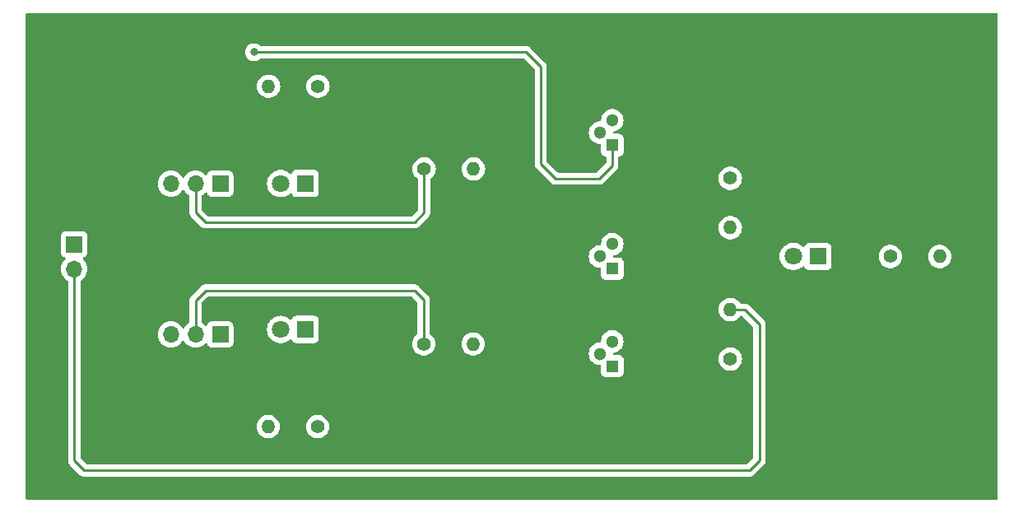
<source format=gbr>
%TF.GenerationSoftware,KiCad,Pcbnew,7.0.7*%
%TF.CreationDate,2023-11-14T16:40:55-05:00*%
%TF.ProjectId,TEJ4M-Unit-1-04,54454a34-4d2d-4556-9e69-742d312d3034,rev?*%
%TF.SameCoordinates,Original*%
%TF.FileFunction,Copper,L2,Bot*%
%TF.FilePolarity,Positive*%
%FSLAX46Y46*%
G04 Gerber Fmt 4.6, Leading zero omitted, Abs format (unit mm)*
G04 Created by KiCad (PCBNEW 7.0.7) date 2023-11-14 16:40:55*
%MOMM*%
%LPD*%
G01*
G04 APERTURE LIST*
%TA.AperFunction,ComponentPad*%
%ADD10C,1.400000*%
%TD*%
%TA.AperFunction,ComponentPad*%
%ADD11O,1.400000X1.400000*%
%TD*%
%TA.AperFunction,ComponentPad*%
%ADD12R,1.300000X1.300000*%
%TD*%
%TA.AperFunction,ComponentPad*%
%ADD13C,1.300000*%
%TD*%
%TA.AperFunction,ComponentPad*%
%ADD14R,1.800000X1.800000*%
%TD*%
%TA.AperFunction,ComponentPad*%
%ADD15C,1.800000*%
%TD*%
%TA.AperFunction,ComponentPad*%
%ADD16R,1.700000X1.700000*%
%TD*%
%TA.AperFunction,ComponentPad*%
%ADD17O,1.700000X1.700000*%
%TD*%
%TA.AperFunction,ViaPad*%
%ADD18C,0.800000*%
%TD*%
%TA.AperFunction,Conductor*%
%ADD19C,0.250000*%
%TD*%
G04 APERTURE END LIST*
D10*
%TO.P,R7,1*%
%TO.N,Net-(D7-K)*%
X138960000Y-74960000D03*
D11*
%TO.P,R7,2*%
%TO.N,Net-(J3-Pin_1)*%
X144040000Y-74960000D03*
%TD*%
D10*
%TO.P,R1,1*%
%TO.N,Net-(D1-K)*%
X80040000Y-92460000D03*
D11*
%TO.P,R1,2*%
%TO.N,Net-(J3-Pin_1)*%
X74960000Y-92460000D03*
%TD*%
D10*
%TO.P,R5,1*%
%TO.N,Net-(Q2-E)*%
X122500000Y-85500000D03*
D11*
%TO.P,R5,2*%
%TO.N,Net-(J3-Pin_2)*%
X122500000Y-80420000D03*
%TD*%
D12*
%TO.P,Q2,1,C*%
%TO.N,Net-(Q1-E)*%
X110360000Y-76230000D03*
D13*
%TO.P,Q2,2,B*%
%TO.N,Net-(Q2-B)*%
X109090000Y-74960000D03*
%TO.P,Q2,3,E*%
%TO.N,Net-(Q2-E)*%
X110360000Y-73690000D03*
%TD*%
D14*
%TO.P,D1,1,K*%
%TO.N,Net-(D1-K)*%
X78775000Y-82460000D03*
D15*
%TO.P,D1,2,A*%
%TO.N,Net-(D1-A)*%
X76235000Y-82460000D03*
%TD*%
D12*
%TO.P,Q3,1,C*%
%TO.N,Net-(J3-Pin_1)*%
X110360000Y-63500000D03*
D13*
%TO.P,Q3,2,B*%
%TO.N,Net-(Q2-E)*%
X109090000Y-62230000D03*
%TO.P,Q3,3,E*%
%TO.N,Net-(D7-A)*%
X110360000Y-60960000D03*
%TD*%
D16*
%TO.P,J2,1*%
%TO.N,Net-(J3-Pin_2)*%
X70025000Y-67485000D03*
D17*
%TO.P,J2,2*%
%TO.N,Net-(D2-A)*%
X67485000Y-67485000D03*
%TO.P,J2,3*%
%TO.N,Net-(J3-Pin_1)*%
X64945000Y-67485000D03*
%TD*%
D16*
%TO.P,J1,1*%
%TO.N,Net-(J3-Pin_2)*%
X70025000Y-82985000D03*
D17*
%TO.P,J1,2*%
%TO.N,Net-(D1-A)*%
X67485000Y-82985000D03*
%TO.P,J1,3*%
%TO.N,Net-(J3-Pin_1)*%
X64945000Y-82985000D03*
%TD*%
D10*
%TO.P,R2,1*%
%TO.N,Net-(D2-K)*%
X80080000Y-57460000D03*
D11*
%TO.P,R2,2*%
%TO.N,Net-(J3-Pin_1)*%
X75000000Y-57460000D03*
%TD*%
D10*
%TO.P,R6,1*%
%TO.N,Net-(D7-A)*%
X122500000Y-66920000D03*
D11*
%TO.P,R6,2*%
%TO.N,Net-(J3-Pin_2)*%
X122500000Y-72000000D03*
%TD*%
D14*
%TO.P,D7,1,K*%
%TO.N,Net-(D7-K)*%
X131500000Y-74960000D03*
D15*
%TO.P,D7,2,A*%
%TO.N,Net-(D7-A)*%
X128960000Y-74960000D03*
%TD*%
D10*
%TO.P,R4,1*%
%TO.N,Net-(D2-A)*%
X91000000Y-65960000D03*
D11*
%TO.P,R4,2*%
%TO.N,Net-(Q2-B)*%
X96080000Y-65960000D03*
%TD*%
D16*
%TO.P,J3,1,Pin_1*%
%TO.N,Net-(J3-Pin_1)*%
X55000000Y-73710000D03*
D17*
%TO.P,J3,2,Pin_2*%
%TO.N,Net-(J3-Pin_2)*%
X55000000Y-76250000D03*
%TD*%
D12*
%TO.P,Q1,1,C*%
%TO.N,Net-(J3-Pin_1)*%
X110360000Y-86230000D03*
D13*
%TO.P,Q1,2,B*%
%TO.N,Net-(Q1-B)*%
X109090000Y-84960000D03*
%TO.P,Q1,3,E*%
%TO.N,Net-(Q1-E)*%
X110360000Y-83690000D03*
%TD*%
D10*
%TO.P,R3,1*%
%TO.N,Net-(D1-A)*%
X90960000Y-83960000D03*
D11*
%TO.P,R3,2*%
%TO.N,Net-(Q1-B)*%
X96040000Y-83960000D03*
%TD*%
D14*
%TO.P,D2,1,K*%
%TO.N,Net-(D2-K)*%
X78775000Y-67460000D03*
D15*
%TO.P,D2,2,A*%
%TO.N,Net-(D2-A)*%
X76235000Y-67460000D03*
%TD*%
D18*
%TO.N,Net-(J3-Pin_1)*%
X73500000Y-53960000D03*
%TD*%
D19*
%TO.N,Net-(D1-A)*%
X68500000Y-78460000D02*
X90000000Y-78460000D01*
X90960000Y-79420000D02*
X90960000Y-83960000D01*
X67485000Y-82985000D02*
X67485000Y-79475000D01*
X90000000Y-78460000D02*
X90960000Y-79420000D01*
X67485000Y-79475000D02*
X68500000Y-78460000D01*
%TO.N,Net-(D2-A)*%
X67500000Y-67500000D02*
X67485000Y-67485000D01*
X91000000Y-65960000D02*
X91000000Y-70460000D01*
X67500000Y-70460000D02*
X67500000Y-67500000D01*
X91000000Y-70460000D02*
X90000000Y-71460000D01*
X90000000Y-71460000D02*
X68500000Y-71460000D01*
X68500000Y-71460000D02*
X67500000Y-70460000D01*
%TO.N,Net-(J3-Pin_2)*%
X124500000Y-96960000D02*
X56000000Y-96960000D01*
X123960000Y-80420000D02*
X125500000Y-81960000D01*
X125500000Y-95960000D02*
X124500000Y-96960000D01*
X55000000Y-95960000D02*
X55000000Y-75460000D01*
X122500000Y-80420000D02*
X123960000Y-80420000D01*
X125500000Y-81960000D02*
X125500000Y-95960000D01*
X56000000Y-96960000D02*
X55000000Y-95960000D01*
%TO.N,Net-(J3-Pin_1)*%
X104500000Y-66960000D02*
X103000000Y-65460000D01*
X110360000Y-65600000D02*
X109000000Y-66960000D01*
X101500000Y-53960000D02*
X73500000Y-53960000D01*
X103000000Y-65460000D02*
X103000000Y-55460000D01*
X110360000Y-63500000D02*
X110360000Y-65600000D01*
X109000000Y-66960000D02*
X104500000Y-66960000D01*
X103000000Y-55460000D02*
X101500000Y-53960000D01*
%TD*%
%TA.AperFunction,NonConductor*%
G36*
X149942539Y-49980185D02*
G01*
X149988294Y-50032989D01*
X149999500Y-50084500D01*
X149999500Y-99836000D01*
X149979815Y-99903039D01*
X149927011Y-99948794D01*
X149875500Y-99960000D01*
X50124500Y-99960000D01*
X50057461Y-99940315D01*
X50011706Y-99887511D01*
X50000500Y-99836000D01*
X50000500Y-76250000D01*
X53644341Y-76250000D01*
X53664936Y-76485403D01*
X53664938Y-76485413D01*
X53726094Y-76713655D01*
X53726096Y-76713659D01*
X53726097Y-76713663D01*
X53825964Y-76927830D01*
X53825965Y-76927830D01*
X53825967Y-76927834D01*
X53934281Y-77082521D01*
X53961505Y-77121401D01*
X54128599Y-77288495D01*
X54321624Y-77423653D01*
X54365248Y-77478228D01*
X54374500Y-77525226D01*
X54374500Y-95877255D01*
X54372775Y-95892872D01*
X54373061Y-95892899D01*
X54372326Y-95900665D01*
X54374500Y-95969814D01*
X54374500Y-95999343D01*
X54374501Y-95999360D01*
X54375368Y-96006231D01*
X54375826Y-96012050D01*
X54377290Y-96058624D01*
X54377291Y-96058627D01*
X54382880Y-96077867D01*
X54386824Y-96096911D01*
X54389336Y-96116792D01*
X54396899Y-96135895D01*
X54406490Y-96160119D01*
X54408382Y-96165647D01*
X54421381Y-96210388D01*
X54431580Y-96227634D01*
X54440136Y-96245100D01*
X54447514Y-96263732D01*
X54472542Y-96298181D01*
X54474898Y-96301423D01*
X54478106Y-96306307D01*
X54501827Y-96346416D01*
X54501833Y-96346424D01*
X54515990Y-96360580D01*
X54528628Y-96375376D01*
X54540405Y-96391586D01*
X54540406Y-96391587D01*
X54576309Y-96421288D01*
X54580620Y-96425210D01*
X55499193Y-97343784D01*
X55499194Y-97343784D01*
X55509019Y-97356048D01*
X55509240Y-97355866D01*
X55514210Y-97361873D01*
X55514213Y-97361876D01*
X55514214Y-97361877D01*
X55564651Y-97409241D01*
X55585530Y-97430120D01*
X55591004Y-97434366D01*
X55595442Y-97438156D01*
X55629418Y-97470062D01*
X55629422Y-97470064D01*
X55646973Y-97479713D01*
X55663231Y-97490392D01*
X55679064Y-97502674D01*
X55701015Y-97512172D01*
X55721837Y-97521183D01*
X55727081Y-97523752D01*
X55767908Y-97546197D01*
X55787312Y-97551179D01*
X55805710Y-97557478D01*
X55824105Y-97565438D01*
X55870129Y-97572726D01*
X55875832Y-97573907D01*
X55920981Y-97585500D01*
X55941016Y-97585500D01*
X55960413Y-97587026D01*
X55980196Y-97590160D01*
X56026583Y-97585775D01*
X56032422Y-97585500D01*
X124417257Y-97585500D01*
X124432877Y-97587224D01*
X124432904Y-97586939D01*
X124440660Y-97587671D01*
X124440667Y-97587673D01*
X124509814Y-97585500D01*
X124539350Y-97585500D01*
X124546228Y-97584630D01*
X124552041Y-97584172D01*
X124598627Y-97582709D01*
X124617869Y-97577117D01*
X124636912Y-97573174D01*
X124656792Y-97570664D01*
X124700122Y-97553507D01*
X124705646Y-97551617D01*
X124709396Y-97550527D01*
X124750390Y-97538618D01*
X124767629Y-97528422D01*
X124785103Y-97519862D01*
X124803727Y-97512488D01*
X124803727Y-97512487D01*
X124803732Y-97512486D01*
X124841449Y-97485082D01*
X124846305Y-97481892D01*
X124886420Y-97458170D01*
X124900589Y-97443999D01*
X124915379Y-97431368D01*
X124931587Y-97419594D01*
X124961299Y-97383676D01*
X124965212Y-97379376D01*
X125883786Y-96460802D01*
X125896048Y-96450980D01*
X125895865Y-96450759D01*
X125901867Y-96445792D01*
X125901877Y-96445786D01*
X125949241Y-96395348D01*
X125970120Y-96374470D01*
X125974373Y-96368986D01*
X125978150Y-96364563D01*
X126010062Y-96330582D01*
X126019714Y-96313023D01*
X126030389Y-96296772D01*
X126042674Y-96280936D01*
X126061186Y-96238152D01*
X126063742Y-96232935D01*
X126086197Y-96192092D01*
X126091180Y-96172680D01*
X126097477Y-96154291D01*
X126105438Y-96135895D01*
X126112729Y-96089853D01*
X126113906Y-96084166D01*
X126125500Y-96039019D01*
X126125499Y-96018986D01*
X126127027Y-95999583D01*
X126130159Y-95979808D01*
X126130160Y-95979806D01*
X126125775Y-95933415D01*
X126125500Y-95927577D01*
X126125500Y-91259500D01*
X126125500Y-82042732D01*
X126127225Y-82027123D01*
X126126939Y-82027096D01*
X126127671Y-82019340D01*
X126127673Y-82019333D01*
X126125500Y-81950185D01*
X126125500Y-81920650D01*
X126124631Y-81913772D01*
X126124172Y-81907943D01*
X126122709Y-81861372D01*
X126117122Y-81842144D01*
X126113174Y-81823084D01*
X126111644Y-81810967D01*
X126110664Y-81803208D01*
X126110663Y-81803206D01*
X126110663Y-81803204D01*
X126093512Y-81759887D01*
X126091619Y-81754358D01*
X126078618Y-81709609D01*
X126078616Y-81709606D01*
X126068423Y-81692371D01*
X126059861Y-81674894D01*
X126052487Y-81656270D01*
X126052486Y-81656268D01*
X126025079Y-81618545D01*
X126021888Y-81613686D01*
X125998172Y-81573583D01*
X125998165Y-81573574D01*
X125984006Y-81559415D01*
X125971368Y-81544619D01*
X125959594Y-81528413D01*
X125939907Y-81512127D01*
X125923688Y-81498709D01*
X125919376Y-81494786D01*
X124460803Y-80036212D01*
X124450980Y-80023950D01*
X124450759Y-80024134D01*
X124445786Y-80018123D01*
X124445785Y-80018122D01*
X124395364Y-79970773D01*
X124384919Y-79960328D01*
X124374475Y-79949883D01*
X124368986Y-79945625D01*
X124364561Y-79941847D01*
X124330582Y-79909938D01*
X124330580Y-79909936D01*
X124330577Y-79909935D01*
X124313029Y-79900288D01*
X124296763Y-79889604D01*
X124280933Y-79877325D01*
X124238168Y-79858818D01*
X124232922Y-79856248D01*
X124192093Y-79833803D01*
X124192092Y-79833802D01*
X124172693Y-79828822D01*
X124154281Y-79822518D01*
X124135898Y-79814562D01*
X124135892Y-79814560D01*
X124089874Y-79807272D01*
X124084152Y-79806087D01*
X124039021Y-79794500D01*
X124039019Y-79794500D01*
X124018984Y-79794500D01*
X123999586Y-79792973D01*
X123992162Y-79791797D01*
X123979805Y-79789840D01*
X123979804Y-79789840D01*
X123933416Y-79794225D01*
X123927578Y-79794500D01*
X123593742Y-79794500D01*
X123526703Y-79774815D01*
X123494788Y-79745227D01*
X123390979Y-79607761D01*
X123226562Y-79457876D01*
X123226560Y-79457874D01*
X123037404Y-79340754D01*
X123037398Y-79340752D01*
X122829940Y-79260382D01*
X122611243Y-79219500D01*
X122388757Y-79219500D01*
X122170060Y-79260382D01*
X122070107Y-79299104D01*
X121962601Y-79340752D01*
X121962595Y-79340754D01*
X121773439Y-79457874D01*
X121773437Y-79457876D01*
X121609020Y-79607761D01*
X121474943Y-79785308D01*
X121474938Y-79785316D01*
X121375775Y-79984461D01*
X121375769Y-79984476D01*
X121314885Y-80198462D01*
X121314884Y-80198464D01*
X121294357Y-80419999D01*
X121294357Y-80420000D01*
X121314884Y-80641535D01*
X121314885Y-80641537D01*
X121375769Y-80855523D01*
X121375775Y-80855538D01*
X121474938Y-81054683D01*
X121474943Y-81054691D01*
X121609020Y-81232238D01*
X121773437Y-81382123D01*
X121773439Y-81382125D01*
X121962595Y-81499245D01*
X121962596Y-81499245D01*
X121962599Y-81499247D01*
X122170060Y-81579618D01*
X122388757Y-81620500D01*
X122388759Y-81620500D01*
X122611241Y-81620500D01*
X122611243Y-81620500D01*
X122829940Y-81579618D01*
X123037401Y-81499247D01*
X123226562Y-81382124D01*
X123390981Y-81232236D01*
X123494788Y-81094772D01*
X123550897Y-81053137D01*
X123593742Y-81045500D01*
X123649548Y-81045500D01*
X123716587Y-81065185D01*
X123737228Y-81081818D01*
X124838181Y-82182772D01*
X124871665Y-82244093D01*
X124874499Y-82270451D01*
X124874499Y-95649547D01*
X124854814Y-95716586D01*
X124838180Y-95737228D01*
X124277228Y-96298181D01*
X124215905Y-96331666D01*
X124189547Y-96334500D01*
X56310452Y-96334500D01*
X56243413Y-96314815D01*
X56222771Y-96298181D01*
X55661819Y-95737228D01*
X55628334Y-95675905D01*
X55625500Y-95649547D01*
X55625500Y-92460000D01*
X73754357Y-92460000D01*
X73774884Y-92681535D01*
X73774885Y-92681537D01*
X73835769Y-92895523D01*
X73835775Y-92895538D01*
X73934938Y-93094683D01*
X73934943Y-93094691D01*
X74069020Y-93272238D01*
X74233437Y-93422123D01*
X74233439Y-93422125D01*
X74422595Y-93539245D01*
X74422596Y-93539245D01*
X74422599Y-93539247D01*
X74630060Y-93619618D01*
X74848757Y-93660500D01*
X74848759Y-93660500D01*
X75071241Y-93660500D01*
X75071243Y-93660500D01*
X75289940Y-93619618D01*
X75497401Y-93539247D01*
X75686562Y-93422124D01*
X75850981Y-93272236D01*
X75985058Y-93094689D01*
X76084229Y-92895528D01*
X76145115Y-92681536D01*
X76165643Y-92460000D01*
X78834357Y-92460000D01*
X78854884Y-92681535D01*
X78854885Y-92681537D01*
X78915769Y-92895523D01*
X78915775Y-92895538D01*
X79014938Y-93094683D01*
X79014943Y-93094691D01*
X79149020Y-93272238D01*
X79313437Y-93422123D01*
X79313439Y-93422125D01*
X79502595Y-93539245D01*
X79502596Y-93539245D01*
X79502599Y-93539247D01*
X79710060Y-93619618D01*
X79928757Y-93660500D01*
X79928759Y-93660500D01*
X80151241Y-93660500D01*
X80151243Y-93660500D01*
X80369940Y-93619618D01*
X80577401Y-93539247D01*
X80766562Y-93422124D01*
X80930981Y-93272236D01*
X81065058Y-93094689D01*
X81164229Y-92895528D01*
X81225115Y-92681536D01*
X81245643Y-92460000D01*
X81225115Y-92238464D01*
X81164229Y-92024472D01*
X81164224Y-92024461D01*
X81065061Y-91825316D01*
X81065056Y-91825308D01*
X80930979Y-91647761D01*
X80766562Y-91497876D01*
X80766560Y-91497874D01*
X80577404Y-91380754D01*
X80577398Y-91380752D01*
X80369940Y-91300382D01*
X80151243Y-91259500D01*
X79928757Y-91259500D01*
X79710060Y-91300382D01*
X79578864Y-91351207D01*
X79502601Y-91380752D01*
X79502595Y-91380754D01*
X79313439Y-91497874D01*
X79313437Y-91497876D01*
X79149020Y-91647761D01*
X79014943Y-91825308D01*
X79014938Y-91825316D01*
X78915775Y-92024461D01*
X78915769Y-92024476D01*
X78854885Y-92238462D01*
X78854884Y-92238464D01*
X78834357Y-92459999D01*
X78834357Y-92460000D01*
X76165643Y-92460000D01*
X76145115Y-92238464D01*
X76084229Y-92024472D01*
X76084224Y-92024461D01*
X75985061Y-91825316D01*
X75985056Y-91825308D01*
X75850979Y-91647761D01*
X75686562Y-91497876D01*
X75686560Y-91497874D01*
X75497404Y-91380754D01*
X75497398Y-91380752D01*
X75289940Y-91300382D01*
X75071243Y-91259500D01*
X74848757Y-91259500D01*
X74630060Y-91300382D01*
X74498864Y-91351207D01*
X74422601Y-91380752D01*
X74422595Y-91380754D01*
X74233439Y-91497874D01*
X74233437Y-91497876D01*
X74069020Y-91647761D01*
X73934943Y-91825308D01*
X73934938Y-91825316D01*
X73835775Y-92024461D01*
X73835769Y-92024476D01*
X73774885Y-92238462D01*
X73774884Y-92238464D01*
X73754357Y-92459999D01*
X73754357Y-92460000D01*
X55625500Y-92460000D01*
X55625500Y-82985000D01*
X63589341Y-82985000D01*
X63609936Y-83220403D01*
X63609938Y-83220413D01*
X63671094Y-83448655D01*
X63671096Y-83448659D01*
X63671097Y-83448663D01*
X63742753Y-83602330D01*
X63770965Y-83662830D01*
X63770967Y-83662834D01*
X63876199Y-83813120D01*
X63906505Y-83856401D01*
X64073599Y-84023495D01*
X64170384Y-84091264D01*
X64267165Y-84159032D01*
X64267167Y-84159033D01*
X64267170Y-84159035D01*
X64481337Y-84258903D01*
X64709592Y-84320063D01*
X64886034Y-84335500D01*
X64944999Y-84340659D01*
X64945000Y-84340659D01*
X64945001Y-84340659D01*
X65003966Y-84335500D01*
X65180408Y-84320063D01*
X65408663Y-84258903D01*
X65622830Y-84159035D01*
X65816401Y-84023495D01*
X65983495Y-83856401D01*
X66113426Y-83670840D01*
X66168001Y-83627217D01*
X66237499Y-83620023D01*
X66299854Y-83651546D01*
X66316574Y-83670841D01*
X66349278Y-83717547D01*
X66446505Y-83856401D01*
X66613599Y-84023495D01*
X66710384Y-84091264D01*
X66807165Y-84159032D01*
X66807167Y-84159033D01*
X66807170Y-84159035D01*
X67021337Y-84258903D01*
X67249592Y-84320063D01*
X67426034Y-84335500D01*
X67484999Y-84340659D01*
X67485000Y-84340659D01*
X67485001Y-84340659D01*
X67543966Y-84335500D01*
X67720408Y-84320063D01*
X67948663Y-84258903D01*
X68162830Y-84159035D01*
X68356401Y-84023495D01*
X68478329Y-83901566D01*
X68539648Y-83868084D01*
X68609340Y-83873068D01*
X68665274Y-83914939D01*
X68682189Y-83945917D01*
X68731202Y-84077328D01*
X68731206Y-84077335D01*
X68817452Y-84192544D01*
X68817455Y-84192547D01*
X68932664Y-84278793D01*
X68932671Y-84278797D01*
X69067517Y-84329091D01*
X69067516Y-84329091D01*
X69074444Y-84329835D01*
X69127127Y-84335500D01*
X70922872Y-84335499D01*
X70982483Y-84329091D01*
X71117331Y-84278796D01*
X71232546Y-84192546D01*
X71318796Y-84077331D01*
X71369091Y-83942483D01*
X71375500Y-83882873D01*
X71375499Y-82460006D01*
X74829700Y-82460006D01*
X74848864Y-82691297D01*
X74848866Y-82691308D01*
X74905842Y-82916300D01*
X74999075Y-83128848D01*
X75126016Y-83323147D01*
X75126019Y-83323151D01*
X75126021Y-83323153D01*
X75283216Y-83493913D01*
X75283219Y-83493915D01*
X75283222Y-83493918D01*
X75466365Y-83636464D01*
X75466371Y-83636468D01*
X75466374Y-83636470D01*
X75670497Y-83746936D01*
X75784487Y-83786068D01*
X75890015Y-83822297D01*
X75890017Y-83822297D01*
X75890019Y-83822298D01*
X76118951Y-83860500D01*
X76118952Y-83860500D01*
X76351048Y-83860500D01*
X76351049Y-83860500D01*
X76579981Y-83822298D01*
X76799503Y-83746936D01*
X77003626Y-83636470D01*
X77015515Y-83627217D01*
X77147516Y-83524476D01*
X77186784Y-83493913D01*
X77195130Y-83484846D01*
X77255010Y-83448854D01*
X77324849Y-83450949D01*
X77382468Y-83490469D01*
X77402544Y-83525491D01*
X77431203Y-83602330D01*
X77431206Y-83602335D01*
X77517452Y-83717544D01*
X77517455Y-83717547D01*
X77632664Y-83803793D01*
X77632671Y-83803797D01*
X77767517Y-83854091D01*
X77767516Y-83854091D01*
X77774444Y-83854835D01*
X77827127Y-83860500D01*
X79722872Y-83860499D01*
X79782483Y-83854091D01*
X79917331Y-83803796D01*
X80032546Y-83717546D01*
X80118796Y-83602331D01*
X80169091Y-83467483D01*
X80175500Y-83407873D01*
X80175499Y-81512128D01*
X80169091Y-81452517D01*
X80159233Y-81426087D01*
X80118797Y-81317671D01*
X80118793Y-81317664D01*
X80032547Y-81202455D01*
X80032544Y-81202452D01*
X79917335Y-81116206D01*
X79917328Y-81116202D01*
X79782482Y-81065908D01*
X79782483Y-81065908D01*
X79722883Y-81059501D01*
X79722881Y-81059500D01*
X79722873Y-81059500D01*
X79722864Y-81059500D01*
X77827129Y-81059500D01*
X77827123Y-81059501D01*
X77767516Y-81065908D01*
X77632671Y-81116202D01*
X77632664Y-81116206D01*
X77517455Y-81202452D01*
X77517452Y-81202455D01*
X77431206Y-81317664D01*
X77431203Y-81317670D01*
X77402544Y-81394508D01*
X77360672Y-81450441D01*
X77295208Y-81474858D01*
X77226935Y-81460006D01*
X77195135Y-81435158D01*
X77186784Y-81426087D01*
X77186778Y-81426082D01*
X77186777Y-81426081D01*
X77003634Y-81283535D01*
X77003628Y-81283531D01*
X76799504Y-81173064D01*
X76799495Y-81173061D01*
X76579984Y-81097702D01*
X76385117Y-81065185D01*
X76351049Y-81059500D01*
X76118951Y-81059500D01*
X76084883Y-81065185D01*
X75890015Y-81097702D01*
X75670504Y-81173061D01*
X75670495Y-81173064D01*
X75466371Y-81283531D01*
X75466365Y-81283535D01*
X75283222Y-81426081D01*
X75283219Y-81426084D01*
X75283216Y-81426086D01*
X75283216Y-81426087D01*
X75238319Y-81474858D01*
X75126016Y-81596852D01*
X74999075Y-81791151D01*
X74905842Y-82003699D01*
X74848866Y-82228691D01*
X74848864Y-82228702D01*
X74829700Y-82459993D01*
X74829700Y-82460006D01*
X71375499Y-82460006D01*
X71375499Y-82087128D01*
X71369091Y-82027517D01*
X71367810Y-82024083D01*
X71318797Y-81892671D01*
X71318793Y-81892664D01*
X71232547Y-81777455D01*
X71232544Y-81777452D01*
X71117335Y-81691206D01*
X71117328Y-81691202D01*
X70982482Y-81640908D01*
X70982483Y-81640908D01*
X70922883Y-81634501D01*
X70922881Y-81634500D01*
X70922873Y-81634500D01*
X70922864Y-81634500D01*
X69127129Y-81634500D01*
X69127123Y-81634501D01*
X69067516Y-81640908D01*
X68932671Y-81691202D01*
X68932664Y-81691206D01*
X68817455Y-81777452D01*
X68817452Y-81777455D01*
X68731206Y-81892664D01*
X68731203Y-81892669D01*
X68682189Y-82024083D01*
X68640317Y-82080016D01*
X68574853Y-82104433D01*
X68506580Y-82089581D01*
X68478326Y-82068430D01*
X68356402Y-81946506D01*
X68356401Y-81946505D01*
X68180138Y-81823084D01*
X68163376Y-81811347D01*
X68119751Y-81756770D01*
X68110500Y-81709772D01*
X68110500Y-79785452D01*
X68130185Y-79718413D01*
X68146819Y-79697771D01*
X68722771Y-79121819D01*
X68784094Y-79088334D01*
X68810452Y-79085500D01*
X89689548Y-79085500D01*
X89756587Y-79105185D01*
X89777229Y-79121819D01*
X90298181Y-79642771D01*
X90331666Y-79704094D01*
X90334500Y-79730452D01*
X90334500Y-82866233D01*
X90314815Y-82933272D01*
X90275778Y-82971660D01*
X90233436Y-82997877D01*
X90069020Y-83147761D01*
X89934943Y-83325308D01*
X89934938Y-83325316D01*
X89835775Y-83524461D01*
X89835769Y-83524476D01*
X89774885Y-83738462D01*
X89774884Y-83738464D01*
X89754357Y-83959999D01*
X89754357Y-83960000D01*
X89774884Y-84181535D01*
X89774885Y-84181537D01*
X89835769Y-84395523D01*
X89835775Y-84395538D01*
X89934938Y-84594683D01*
X89934943Y-84594691D01*
X90069020Y-84772238D01*
X90233437Y-84922123D01*
X90233439Y-84922125D01*
X90422595Y-85039245D01*
X90422596Y-85039245D01*
X90422599Y-85039247D01*
X90630060Y-85119618D01*
X90848757Y-85160500D01*
X90848759Y-85160500D01*
X91071241Y-85160500D01*
X91071243Y-85160500D01*
X91289940Y-85119618D01*
X91497401Y-85039247D01*
X91686562Y-84922124D01*
X91850981Y-84772236D01*
X91985058Y-84594689D01*
X92084229Y-84395528D01*
X92145115Y-84181536D01*
X92165643Y-83960000D01*
X94834357Y-83960000D01*
X94854884Y-84181535D01*
X94854885Y-84181537D01*
X94915769Y-84395523D01*
X94915775Y-84395538D01*
X95014938Y-84594683D01*
X95014943Y-84594691D01*
X95149020Y-84772238D01*
X95313437Y-84922123D01*
X95313439Y-84922125D01*
X95502595Y-85039245D01*
X95502596Y-85039245D01*
X95502599Y-85039247D01*
X95710060Y-85119618D01*
X95928757Y-85160500D01*
X95928759Y-85160500D01*
X96151241Y-85160500D01*
X96151243Y-85160500D01*
X96369940Y-85119618D01*
X96577401Y-85039247D01*
X96705390Y-84960000D01*
X107934570Y-84960000D01*
X107953150Y-85160500D01*
X107954244Y-85172310D01*
X108001293Y-85337669D01*
X108012596Y-85377392D01*
X108012596Y-85377394D01*
X108107632Y-85568253D01*
X108223387Y-85721536D01*
X108236128Y-85738407D01*
X108393698Y-85882052D01*
X108574981Y-85994298D01*
X108773802Y-86071321D01*
X108983390Y-86110500D01*
X108983392Y-86110500D01*
X109085500Y-86110500D01*
X109152539Y-86130185D01*
X109198294Y-86182989D01*
X109209500Y-86234500D01*
X109209500Y-86927870D01*
X109209501Y-86927876D01*
X109215908Y-86987483D01*
X109266202Y-87122328D01*
X109266206Y-87122335D01*
X109352452Y-87237544D01*
X109352455Y-87237547D01*
X109467664Y-87323793D01*
X109467671Y-87323797D01*
X109602517Y-87374091D01*
X109602516Y-87374091D01*
X109609444Y-87374835D01*
X109662127Y-87380500D01*
X111057872Y-87380499D01*
X111117483Y-87374091D01*
X111252331Y-87323796D01*
X111367546Y-87237546D01*
X111453796Y-87122331D01*
X111504091Y-86987483D01*
X111510500Y-86927873D01*
X111510499Y-85532128D01*
X111507045Y-85500000D01*
X121294357Y-85500000D01*
X121314884Y-85721535D01*
X121314885Y-85721537D01*
X121375769Y-85935523D01*
X121375775Y-85935538D01*
X121474938Y-86134683D01*
X121474943Y-86134691D01*
X121609020Y-86312238D01*
X121773437Y-86462123D01*
X121773439Y-86462125D01*
X121962595Y-86579245D01*
X121962596Y-86579245D01*
X121962599Y-86579247D01*
X122170060Y-86659618D01*
X122388757Y-86700500D01*
X122388759Y-86700500D01*
X122611241Y-86700500D01*
X122611243Y-86700500D01*
X122829940Y-86659618D01*
X123037401Y-86579247D01*
X123226562Y-86462124D01*
X123390981Y-86312236D01*
X123525058Y-86134689D01*
X123624229Y-85935528D01*
X123685115Y-85721536D01*
X123705643Y-85500000D01*
X123685115Y-85278464D01*
X123624229Y-85064472D01*
X123624224Y-85064461D01*
X123525061Y-84865316D01*
X123525056Y-84865308D01*
X123390979Y-84687761D01*
X123226562Y-84537876D01*
X123226560Y-84537874D01*
X123037404Y-84420754D01*
X123037398Y-84420752D01*
X122829940Y-84340382D01*
X122611243Y-84299500D01*
X122388757Y-84299500D01*
X122170060Y-84340382D01*
X122038864Y-84391207D01*
X121962601Y-84420752D01*
X121962595Y-84420754D01*
X121773439Y-84537874D01*
X121773437Y-84537876D01*
X121609020Y-84687761D01*
X121474943Y-84865308D01*
X121474938Y-84865316D01*
X121375775Y-85064461D01*
X121375769Y-85064476D01*
X121314885Y-85278462D01*
X121314884Y-85278464D01*
X121294357Y-85499999D01*
X121294357Y-85500000D01*
X111507045Y-85500000D01*
X111504091Y-85472517D01*
X111468612Y-85377394D01*
X111453797Y-85337671D01*
X111453793Y-85337664D01*
X111367547Y-85222455D01*
X111367544Y-85222452D01*
X111252335Y-85136206D01*
X111252328Y-85136202D01*
X111117482Y-85085908D01*
X111117483Y-85085908D01*
X111057883Y-85079501D01*
X111057881Y-85079500D01*
X111057873Y-85079500D01*
X111057865Y-85079500D01*
X110526245Y-85079500D01*
X110459206Y-85059815D01*
X110413451Y-85007011D01*
X110403507Y-84937853D01*
X110432532Y-84874297D01*
X110491310Y-84836523D01*
X110503450Y-84833613D01*
X110676198Y-84801321D01*
X110875019Y-84724298D01*
X111056302Y-84612052D01*
X111213872Y-84468407D01*
X111342366Y-84298255D01*
X111395002Y-84192547D01*
X111437403Y-84107394D01*
X111437403Y-84107393D01*
X111437405Y-84107389D01*
X111495756Y-83902310D01*
X111515429Y-83690000D01*
X111495756Y-83477690D01*
X111437405Y-83272611D01*
X111437403Y-83272606D01*
X111437403Y-83272605D01*
X111342367Y-83081746D01*
X111213872Y-82911593D01*
X111180041Y-82880752D01*
X111056302Y-82767948D01*
X110875019Y-82655702D01*
X110875017Y-82655701D01*
X110775608Y-82617190D01*
X110676198Y-82578679D01*
X110466610Y-82539500D01*
X110253390Y-82539500D01*
X110043802Y-82578679D01*
X110043799Y-82578679D01*
X110043799Y-82578680D01*
X109844982Y-82655701D01*
X109844980Y-82655702D01*
X109663699Y-82767947D01*
X109506127Y-82911593D01*
X109377632Y-83081746D01*
X109282596Y-83272605D01*
X109282596Y-83272607D01*
X109224244Y-83477689D01*
X109204042Y-83695708D01*
X109201638Y-83695485D01*
X109184886Y-83752539D01*
X109132082Y-83798294D01*
X109080571Y-83809500D01*
X108983390Y-83809500D01*
X108773802Y-83848679D01*
X108773799Y-83848679D01*
X108773799Y-83848680D01*
X108574982Y-83925701D01*
X108574980Y-83925702D01*
X108393699Y-84037947D01*
X108236127Y-84181593D01*
X108107632Y-84351746D01*
X108012596Y-84542605D01*
X108012596Y-84542607D01*
X107954244Y-84747689D01*
X107934570Y-84959999D01*
X107934570Y-84960000D01*
X96705390Y-84960000D01*
X96766562Y-84922124D01*
X96930981Y-84772236D01*
X97065058Y-84594689D01*
X97164229Y-84395528D01*
X97225115Y-84181536D01*
X97245643Y-83960000D01*
X97225115Y-83738464D01*
X97164229Y-83524472D01*
X97149015Y-83493918D01*
X97065061Y-83325316D01*
X97065056Y-83325308D01*
X96930979Y-83147761D01*
X96766562Y-82997876D01*
X96766560Y-82997874D01*
X96577404Y-82880754D01*
X96577398Y-82880752D01*
X96369940Y-82800382D01*
X96151243Y-82759500D01*
X95928757Y-82759500D01*
X95710060Y-82800382D01*
X95578864Y-82851207D01*
X95502601Y-82880752D01*
X95502595Y-82880754D01*
X95313439Y-82997874D01*
X95313437Y-82997876D01*
X95149020Y-83147761D01*
X95014943Y-83325308D01*
X95014938Y-83325316D01*
X94915775Y-83524461D01*
X94915769Y-83524476D01*
X94854885Y-83738462D01*
X94854884Y-83738464D01*
X94834357Y-83959999D01*
X94834357Y-83960000D01*
X92165643Y-83960000D01*
X92145115Y-83738464D01*
X92084229Y-83524472D01*
X92069015Y-83493918D01*
X91985061Y-83325316D01*
X91985056Y-83325308D01*
X91850979Y-83147761D01*
X91686563Y-82997877D01*
X91686562Y-82997876D01*
X91644222Y-82971660D01*
X91597587Y-82919631D01*
X91585500Y-82866233D01*
X91585500Y-79502742D01*
X91587224Y-79487122D01*
X91586939Y-79487096D01*
X91587671Y-79479340D01*
X91587673Y-79479333D01*
X91585500Y-79410185D01*
X91585500Y-79380650D01*
X91584631Y-79373772D01*
X91584172Y-79367943D01*
X91582709Y-79321372D01*
X91577122Y-79302144D01*
X91573174Y-79283084D01*
X91570663Y-79263204D01*
X91553512Y-79219887D01*
X91551619Y-79214358D01*
X91538618Y-79169609D01*
X91538616Y-79169606D01*
X91528423Y-79152371D01*
X91519861Y-79134894D01*
X91512487Y-79116270D01*
X91512486Y-79116268D01*
X91485079Y-79078545D01*
X91481888Y-79073686D01*
X91474101Y-79060519D01*
X91465975Y-79046777D01*
X91458172Y-79033583D01*
X91458165Y-79033574D01*
X91444006Y-79019415D01*
X91431368Y-79004619D01*
X91419594Y-78988413D01*
X91383688Y-78958709D01*
X91379376Y-78954786D01*
X90500803Y-78076212D01*
X90490980Y-78063950D01*
X90490759Y-78064134D01*
X90485786Y-78058123D01*
X90467159Y-78040631D01*
X90435364Y-78010773D01*
X90424919Y-78000328D01*
X90414475Y-77989883D01*
X90408986Y-77985625D01*
X90404561Y-77981847D01*
X90370582Y-77949938D01*
X90370580Y-77949936D01*
X90370577Y-77949935D01*
X90353029Y-77940288D01*
X90336763Y-77929604D01*
X90320933Y-77917325D01*
X90278168Y-77898818D01*
X90272922Y-77896248D01*
X90232093Y-77873803D01*
X90232092Y-77873802D01*
X90212693Y-77868822D01*
X90194281Y-77862518D01*
X90175898Y-77854562D01*
X90175892Y-77854560D01*
X90129874Y-77847272D01*
X90124152Y-77846087D01*
X90079021Y-77834500D01*
X90079019Y-77834500D01*
X90058984Y-77834500D01*
X90039586Y-77832973D01*
X90032162Y-77831797D01*
X90019805Y-77829840D01*
X90019804Y-77829840D01*
X89973416Y-77834225D01*
X89967578Y-77834500D01*
X68582743Y-77834500D01*
X68567122Y-77832775D01*
X68567095Y-77833061D01*
X68559333Y-77832326D01*
X68490172Y-77834500D01*
X68460649Y-77834500D01*
X68453778Y-77835367D01*
X68447959Y-77835825D01*
X68401374Y-77837289D01*
X68401368Y-77837290D01*
X68382126Y-77842880D01*
X68363087Y-77846823D01*
X68343217Y-77849334D01*
X68343203Y-77849337D01*
X68299883Y-77866488D01*
X68294358Y-77868380D01*
X68249613Y-77881380D01*
X68249610Y-77881381D01*
X68232366Y-77891579D01*
X68214905Y-77900133D01*
X68196274Y-77907510D01*
X68196262Y-77907517D01*
X68158570Y-77934902D01*
X68153687Y-77938109D01*
X68113580Y-77961829D01*
X68099414Y-77975995D01*
X68084624Y-77988627D01*
X68068414Y-78000404D01*
X68068411Y-78000407D01*
X68038710Y-78036309D01*
X68034777Y-78040631D01*
X67101208Y-78974199D01*
X67088951Y-78984020D01*
X67089134Y-78984241D01*
X67083123Y-78989213D01*
X67035772Y-79039636D01*
X67014889Y-79060519D01*
X67014877Y-79060532D01*
X67010621Y-79066017D01*
X67006837Y-79070447D01*
X66974937Y-79104418D01*
X66974936Y-79104420D01*
X66965284Y-79121976D01*
X66954610Y-79138226D01*
X66942329Y-79154061D01*
X66942324Y-79154068D01*
X66923815Y-79196838D01*
X66921245Y-79202084D01*
X66898803Y-79242906D01*
X66893822Y-79262307D01*
X66887521Y-79280710D01*
X66879562Y-79299102D01*
X66879561Y-79299105D01*
X66872271Y-79345127D01*
X66871087Y-79350846D01*
X66859501Y-79395972D01*
X66859500Y-79395982D01*
X66859500Y-79416016D01*
X66857973Y-79435415D01*
X66854840Y-79455194D01*
X66854839Y-79455197D01*
X66859224Y-79501585D01*
X66859499Y-79507421D01*
X66859499Y-81709774D01*
X66839814Y-81776813D01*
X66806622Y-81811349D01*
X66613597Y-81946505D01*
X66446505Y-82113597D01*
X66316575Y-82299158D01*
X66261998Y-82342783D01*
X66192500Y-82349977D01*
X66130145Y-82318454D01*
X66113425Y-82299158D01*
X65983494Y-82113597D01*
X65816402Y-81946506D01*
X65816395Y-81946501D01*
X65622834Y-81810967D01*
X65622830Y-81810965D01*
X65606195Y-81803208D01*
X65408663Y-81711097D01*
X65408659Y-81711096D01*
X65408655Y-81711094D01*
X65180413Y-81649938D01*
X65180403Y-81649936D01*
X64945001Y-81629341D01*
X64944999Y-81629341D01*
X64709596Y-81649936D01*
X64709586Y-81649938D01*
X64481344Y-81711094D01*
X64481335Y-81711098D01*
X64267171Y-81810964D01*
X64267169Y-81810965D01*
X64073597Y-81946505D01*
X63906505Y-82113597D01*
X63770965Y-82307169D01*
X63770964Y-82307171D01*
X63671098Y-82521335D01*
X63671094Y-82521344D01*
X63609938Y-82749586D01*
X63609936Y-82749596D01*
X63589341Y-82984999D01*
X63589341Y-82985000D01*
X55625500Y-82985000D01*
X55625500Y-77525226D01*
X55645185Y-77458187D01*
X55678374Y-77423654D01*
X55871401Y-77288495D01*
X56038495Y-77121401D01*
X56174035Y-76927830D01*
X56273903Y-76713663D01*
X56335063Y-76485408D01*
X56355659Y-76250000D01*
X56335063Y-76014592D01*
X56273903Y-75786337D01*
X56174035Y-75572171D01*
X56145997Y-75532129D01*
X56038496Y-75378600D01*
X55997560Y-75337664D01*
X55916567Y-75256671D01*
X55883084Y-75195351D01*
X55888068Y-75125659D01*
X55929939Y-75069725D01*
X55960915Y-75052810D01*
X56092331Y-75003796D01*
X56150835Y-74960000D01*
X107934570Y-74960000D01*
X107953117Y-75160145D01*
X107954244Y-75172310D01*
X108001293Y-75337669D01*
X108012596Y-75377392D01*
X108012596Y-75377394D01*
X108107632Y-75568253D01*
X108236127Y-75738406D01*
X108236128Y-75738407D01*
X108393698Y-75882052D01*
X108574981Y-75994298D01*
X108773802Y-76071321D01*
X108983390Y-76110500D01*
X108983392Y-76110500D01*
X109085500Y-76110500D01*
X109152539Y-76130185D01*
X109198294Y-76182989D01*
X109209500Y-76234500D01*
X109209500Y-76927870D01*
X109209501Y-76927876D01*
X109215908Y-76987483D01*
X109266202Y-77122328D01*
X109266206Y-77122335D01*
X109352452Y-77237544D01*
X109352455Y-77237547D01*
X109467664Y-77323793D01*
X109467671Y-77323797D01*
X109602517Y-77374091D01*
X109602516Y-77374091D01*
X109609444Y-77374835D01*
X109662127Y-77380500D01*
X111057872Y-77380499D01*
X111117483Y-77374091D01*
X111252331Y-77323796D01*
X111367546Y-77237546D01*
X111453796Y-77122331D01*
X111504091Y-76987483D01*
X111510500Y-76927873D01*
X111510499Y-75532128D01*
X111504091Y-75472517D01*
X111483123Y-75416300D01*
X111453797Y-75337671D01*
X111453793Y-75337664D01*
X111367547Y-75222455D01*
X111367544Y-75222452D01*
X111252335Y-75136206D01*
X111252328Y-75136202D01*
X111117482Y-75085908D01*
X111117483Y-75085908D01*
X111057883Y-75079501D01*
X111057881Y-75079500D01*
X111057873Y-75079500D01*
X111057865Y-75079500D01*
X110526245Y-75079500D01*
X110459206Y-75059815D01*
X110413451Y-75007011D01*
X110406692Y-74960006D01*
X127554700Y-74960006D01*
X127573864Y-75191297D01*
X127573866Y-75191308D01*
X127630842Y-75416300D01*
X127724075Y-75628848D01*
X127851016Y-75823147D01*
X127851019Y-75823151D01*
X127851021Y-75823153D01*
X128008216Y-75993913D01*
X128008219Y-75993915D01*
X128008222Y-75993918D01*
X128191365Y-76136464D01*
X128191371Y-76136468D01*
X128191374Y-76136470D01*
X128395497Y-76246936D01*
X128509487Y-76286068D01*
X128615015Y-76322297D01*
X128615017Y-76322297D01*
X128615019Y-76322298D01*
X128843951Y-76360500D01*
X128843952Y-76360500D01*
X129076048Y-76360500D01*
X129076049Y-76360500D01*
X129304981Y-76322298D01*
X129524503Y-76246936D01*
X129728626Y-76136470D01*
X129761993Y-76110500D01*
X129812332Y-76071319D01*
X129911784Y-75993913D01*
X129920130Y-75984846D01*
X129980010Y-75948854D01*
X130049849Y-75950949D01*
X130107468Y-75990469D01*
X130127544Y-76025491D01*
X130156203Y-76102330D01*
X130156206Y-76102335D01*
X130242452Y-76217544D01*
X130242455Y-76217547D01*
X130357664Y-76303793D01*
X130357671Y-76303797D01*
X130492517Y-76354091D01*
X130492516Y-76354091D01*
X130499444Y-76354835D01*
X130552127Y-76360500D01*
X132447872Y-76360499D01*
X132507483Y-76354091D01*
X132642331Y-76303796D01*
X132757546Y-76217546D01*
X132843796Y-76102331D01*
X132894091Y-75967483D01*
X132900500Y-75907873D01*
X132900499Y-74960000D01*
X137754357Y-74960000D01*
X137774884Y-75181535D01*
X137774885Y-75181537D01*
X137835769Y-75395523D01*
X137835775Y-75395538D01*
X137934938Y-75594683D01*
X137934943Y-75594691D01*
X138069020Y-75772238D01*
X138233437Y-75922123D01*
X138233439Y-75922125D01*
X138422595Y-76039245D01*
X138422596Y-76039245D01*
X138422599Y-76039247D01*
X138630060Y-76119618D01*
X138848757Y-76160500D01*
X138848759Y-76160500D01*
X139071241Y-76160500D01*
X139071243Y-76160500D01*
X139289940Y-76119618D01*
X139497401Y-76039247D01*
X139686562Y-75922124D01*
X139850981Y-75772236D01*
X139985058Y-75594689D01*
X140084229Y-75395528D01*
X140145115Y-75181536D01*
X140165643Y-74960000D01*
X142834357Y-74960000D01*
X142854884Y-75181535D01*
X142854885Y-75181537D01*
X142915769Y-75395523D01*
X142915775Y-75395538D01*
X143014938Y-75594683D01*
X143014943Y-75594691D01*
X143149020Y-75772238D01*
X143313437Y-75922123D01*
X143313439Y-75922125D01*
X143502595Y-76039245D01*
X143502596Y-76039245D01*
X143502599Y-76039247D01*
X143710060Y-76119618D01*
X143928757Y-76160500D01*
X143928759Y-76160500D01*
X144151241Y-76160500D01*
X144151243Y-76160500D01*
X144369940Y-76119618D01*
X144577401Y-76039247D01*
X144766562Y-75922124D01*
X144930981Y-75772236D01*
X145065058Y-75594689D01*
X145164229Y-75395528D01*
X145225115Y-75181536D01*
X145245643Y-74960000D01*
X145225115Y-74738464D01*
X145164229Y-74524472D01*
X145153886Y-74503700D01*
X145065061Y-74325316D01*
X145065056Y-74325308D01*
X144930979Y-74147761D01*
X144766562Y-73997876D01*
X144766560Y-73997874D01*
X144577404Y-73880754D01*
X144577398Y-73880752D01*
X144369940Y-73800382D01*
X144151243Y-73759500D01*
X143928757Y-73759500D01*
X143710060Y-73800382D01*
X143585391Y-73848679D01*
X143502601Y-73880752D01*
X143502595Y-73880754D01*
X143313439Y-73997874D01*
X143313437Y-73997876D01*
X143149020Y-74147761D01*
X143014943Y-74325308D01*
X143014938Y-74325316D01*
X142915775Y-74524461D01*
X142915769Y-74524476D01*
X142854885Y-74738462D01*
X142854884Y-74738464D01*
X142834357Y-74959999D01*
X142834357Y-74960000D01*
X140165643Y-74960000D01*
X140145115Y-74738464D01*
X140084229Y-74524472D01*
X140073886Y-74503700D01*
X139985061Y-74325316D01*
X139985056Y-74325308D01*
X139850979Y-74147761D01*
X139686562Y-73997876D01*
X139686560Y-73997874D01*
X139497404Y-73880754D01*
X139497398Y-73880752D01*
X139289940Y-73800382D01*
X139071243Y-73759500D01*
X138848757Y-73759500D01*
X138630060Y-73800382D01*
X138505391Y-73848679D01*
X138422601Y-73880752D01*
X138422595Y-73880754D01*
X138233439Y-73997874D01*
X138233437Y-73997876D01*
X138069020Y-74147761D01*
X137934943Y-74325308D01*
X137934938Y-74325316D01*
X137835775Y-74524461D01*
X137835769Y-74524476D01*
X137774885Y-74738462D01*
X137774884Y-74738464D01*
X137754357Y-74959999D01*
X137754357Y-74960000D01*
X132900499Y-74960000D01*
X132900499Y-74012128D01*
X132894091Y-73952517D01*
X132884233Y-73926087D01*
X132843797Y-73817671D01*
X132843793Y-73817664D01*
X132757547Y-73702455D01*
X132757544Y-73702452D01*
X132642335Y-73616206D01*
X132642328Y-73616202D01*
X132507482Y-73565908D01*
X132507483Y-73565908D01*
X132447883Y-73559501D01*
X132447881Y-73559500D01*
X132447873Y-73559500D01*
X132447864Y-73559500D01*
X130552129Y-73559500D01*
X130552123Y-73559501D01*
X130492516Y-73565908D01*
X130357671Y-73616202D01*
X130357664Y-73616206D01*
X130242455Y-73702452D01*
X130242452Y-73702455D01*
X130156206Y-73817664D01*
X130156203Y-73817670D01*
X130127544Y-73894508D01*
X130085672Y-73950441D01*
X130020208Y-73974858D01*
X129951935Y-73960006D01*
X129920135Y-73935158D01*
X129911784Y-73926087D01*
X129911778Y-73926082D01*
X129911777Y-73926081D01*
X129728634Y-73783535D01*
X129728628Y-73783531D01*
X129524504Y-73673064D01*
X129524495Y-73673061D01*
X129304984Y-73597702D01*
X129114450Y-73565908D01*
X129076049Y-73559500D01*
X128843951Y-73559500D01*
X128805550Y-73565908D01*
X128615015Y-73597702D01*
X128395504Y-73673061D01*
X128395495Y-73673064D01*
X128191371Y-73783531D01*
X128191365Y-73783535D01*
X128008222Y-73926081D01*
X128008219Y-73926084D01*
X128008216Y-73926086D01*
X128008216Y-73926087D01*
X127963319Y-73974858D01*
X127851016Y-74096852D01*
X127724075Y-74291151D01*
X127630842Y-74503699D01*
X127573866Y-74728691D01*
X127573864Y-74728702D01*
X127554700Y-74959993D01*
X127554700Y-74960006D01*
X110406692Y-74960006D01*
X110403507Y-74937853D01*
X110432532Y-74874297D01*
X110491310Y-74836523D01*
X110503450Y-74833613D01*
X110676198Y-74801321D01*
X110875019Y-74724298D01*
X111056302Y-74612052D01*
X111213872Y-74468407D01*
X111342366Y-74298255D01*
X111417301Y-74147764D01*
X111437403Y-74107394D01*
X111437403Y-74107393D01*
X111437405Y-74107389D01*
X111495756Y-73902310D01*
X111515429Y-73690000D01*
X111495756Y-73477690D01*
X111437405Y-73272611D01*
X111437403Y-73272606D01*
X111437403Y-73272605D01*
X111342367Y-73081746D01*
X111213872Y-72911593D01*
X111104883Y-72812236D01*
X111056302Y-72767948D01*
X110875019Y-72655702D01*
X110875017Y-72655701D01*
X110775608Y-72617190D01*
X110676198Y-72578679D01*
X110466610Y-72539500D01*
X110253390Y-72539500D01*
X110043802Y-72578679D01*
X110043799Y-72578679D01*
X110043799Y-72578680D01*
X109844982Y-72655701D01*
X109844980Y-72655702D01*
X109663699Y-72767947D01*
X109506127Y-72911593D01*
X109377632Y-73081746D01*
X109282596Y-73272605D01*
X109282596Y-73272607D01*
X109224244Y-73477689D01*
X109204042Y-73695708D01*
X109201638Y-73695485D01*
X109184886Y-73752539D01*
X109132082Y-73798294D01*
X109080571Y-73809500D01*
X108983390Y-73809500D01*
X108773802Y-73848679D01*
X108773799Y-73848679D01*
X108773799Y-73848680D01*
X108574982Y-73925701D01*
X108574980Y-73925702D01*
X108393699Y-74037947D01*
X108236127Y-74181593D01*
X108107632Y-74351746D01*
X108012596Y-74542605D01*
X108012596Y-74542607D01*
X107954244Y-74747689D01*
X107934570Y-74959999D01*
X107934570Y-74960000D01*
X56150835Y-74960000D01*
X56207546Y-74917546D01*
X56293796Y-74802331D01*
X56344091Y-74667483D01*
X56350500Y-74607873D01*
X56350499Y-72812128D01*
X56344091Y-72752517D01*
X56307981Y-72655702D01*
X56293797Y-72617671D01*
X56293793Y-72617664D01*
X56207547Y-72502455D01*
X56207544Y-72502452D01*
X56092335Y-72416206D01*
X56092328Y-72416202D01*
X55957482Y-72365908D01*
X55957483Y-72365908D01*
X55897883Y-72359501D01*
X55897881Y-72359500D01*
X55897873Y-72359500D01*
X55897864Y-72359500D01*
X54102129Y-72359500D01*
X54102123Y-72359501D01*
X54042516Y-72365908D01*
X53907671Y-72416202D01*
X53907664Y-72416206D01*
X53792455Y-72502452D01*
X53792452Y-72502455D01*
X53706206Y-72617664D01*
X53706202Y-72617671D01*
X53655908Y-72752517D01*
X53649501Y-72812116D01*
X53649501Y-72812123D01*
X53649500Y-72812135D01*
X53649500Y-74607870D01*
X53649501Y-74607876D01*
X53655908Y-74667483D01*
X53706202Y-74802328D01*
X53706206Y-74802335D01*
X53792452Y-74917544D01*
X53792455Y-74917547D01*
X53907664Y-75003793D01*
X53907671Y-75003797D01*
X54039081Y-75052810D01*
X54095015Y-75094681D01*
X54119432Y-75160145D01*
X54104580Y-75228418D01*
X54083430Y-75256673D01*
X53961503Y-75378600D01*
X53825965Y-75572169D01*
X53825964Y-75572171D01*
X53726098Y-75786335D01*
X53726094Y-75786344D01*
X53664938Y-76014586D01*
X53664936Y-76014596D01*
X53644341Y-76249999D01*
X53644341Y-76250000D01*
X50000500Y-76250000D01*
X50000500Y-67485000D01*
X63589341Y-67485000D01*
X63609936Y-67720403D01*
X63609938Y-67720413D01*
X63671094Y-67948655D01*
X63671096Y-67948659D01*
X63671097Y-67948663D01*
X63751004Y-68120023D01*
X63770965Y-68162830D01*
X63770967Y-68162834D01*
X63850512Y-68276435D01*
X63906505Y-68356401D01*
X64073599Y-68523495D01*
X64170384Y-68591265D01*
X64267165Y-68659032D01*
X64267167Y-68659033D01*
X64267170Y-68659035D01*
X64481337Y-68758903D01*
X64481343Y-68758904D01*
X64481344Y-68758905D01*
X64536285Y-68773626D01*
X64709592Y-68820063D01*
X64886034Y-68835500D01*
X64944999Y-68840659D01*
X64945000Y-68840659D01*
X64945001Y-68840659D01*
X65003966Y-68835500D01*
X65180408Y-68820063D01*
X65408663Y-68758903D01*
X65622830Y-68659035D01*
X65816401Y-68523495D01*
X65983495Y-68356401D01*
X66113424Y-68170842D01*
X66168002Y-68127217D01*
X66237500Y-68120023D01*
X66299855Y-68151546D01*
X66316575Y-68170842D01*
X66446500Y-68356395D01*
X66446505Y-68356401D01*
X66613599Y-68523495D01*
X66710384Y-68591264D01*
X66807165Y-68659032D01*
X66811856Y-68661740D01*
X66810621Y-68663877D01*
X66855267Y-68703096D01*
X66874500Y-68769427D01*
X66874500Y-70377255D01*
X66872775Y-70392872D01*
X66873061Y-70392899D01*
X66872326Y-70400665D01*
X66874500Y-70469814D01*
X66874500Y-70499343D01*
X66874501Y-70499360D01*
X66875368Y-70506231D01*
X66875826Y-70512050D01*
X66877290Y-70558624D01*
X66877291Y-70558627D01*
X66882880Y-70577867D01*
X66886824Y-70596911D01*
X66889336Y-70616792D01*
X66896899Y-70635895D01*
X66906490Y-70660119D01*
X66908382Y-70665647D01*
X66921381Y-70710388D01*
X66931580Y-70727634D01*
X66940136Y-70745100D01*
X66947514Y-70763732D01*
X66972542Y-70798181D01*
X66974898Y-70801423D01*
X66978106Y-70806307D01*
X67001827Y-70846416D01*
X67001833Y-70846424D01*
X67015990Y-70860580D01*
X67028628Y-70875376D01*
X67040405Y-70891586D01*
X67040406Y-70891587D01*
X67076309Y-70921288D01*
X67080620Y-70925210D01*
X67719871Y-71564461D01*
X67999194Y-71843784D01*
X68009019Y-71856048D01*
X68009240Y-71855866D01*
X68014210Y-71861873D01*
X68014213Y-71861876D01*
X68014214Y-71861877D01*
X68064651Y-71909241D01*
X68085530Y-71930120D01*
X68091004Y-71934366D01*
X68095442Y-71938156D01*
X68129418Y-71970062D01*
X68129422Y-71970064D01*
X68146973Y-71979713D01*
X68163231Y-71990392D01*
X68179064Y-72002674D01*
X68201015Y-72012172D01*
X68221837Y-72021183D01*
X68227081Y-72023752D01*
X68267908Y-72046197D01*
X68287312Y-72051179D01*
X68305710Y-72057478D01*
X68324105Y-72065438D01*
X68370129Y-72072726D01*
X68375832Y-72073907D01*
X68420981Y-72085500D01*
X68441016Y-72085500D01*
X68460413Y-72087026D01*
X68480196Y-72090160D01*
X68526583Y-72085775D01*
X68532422Y-72085500D01*
X89917257Y-72085500D01*
X89932877Y-72087224D01*
X89932904Y-72086939D01*
X89940660Y-72087671D01*
X89940667Y-72087673D01*
X90009814Y-72085500D01*
X90039350Y-72085500D01*
X90046228Y-72084630D01*
X90052041Y-72084172D01*
X90098627Y-72082709D01*
X90117869Y-72077117D01*
X90136912Y-72073174D01*
X90156792Y-72070664D01*
X90200122Y-72053507D01*
X90205646Y-72051617D01*
X90209396Y-72050527D01*
X90250390Y-72038618D01*
X90267629Y-72028422D01*
X90285103Y-72019862D01*
X90303727Y-72012488D01*
X90303727Y-72012487D01*
X90303732Y-72012486D01*
X90320917Y-72000000D01*
X121294357Y-72000000D01*
X121314884Y-72221535D01*
X121314885Y-72221537D01*
X121375769Y-72435523D01*
X121375775Y-72435538D01*
X121474938Y-72634683D01*
X121474943Y-72634691D01*
X121609020Y-72812238D01*
X121773437Y-72962123D01*
X121773439Y-72962125D01*
X121962595Y-73079245D01*
X121962596Y-73079245D01*
X121962599Y-73079247D01*
X122170060Y-73159618D01*
X122388757Y-73200500D01*
X122388759Y-73200500D01*
X122611241Y-73200500D01*
X122611243Y-73200500D01*
X122829940Y-73159618D01*
X123037401Y-73079247D01*
X123226562Y-72962124D01*
X123390981Y-72812236D01*
X123525058Y-72634689D01*
X123533536Y-72617664D01*
X123624224Y-72435538D01*
X123624223Y-72435538D01*
X123624229Y-72435528D01*
X123685115Y-72221536D01*
X123705643Y-72000000D01*
X123685115Y-71778464D01*
X123624229Y-71564472D01*
X123624224Y-71564461D01*
X123525061Y-71365316D01*
X123525056Y-71365308D01*
X123390979Y-71187761D01*
X123226562Y-71037876D01*
X123226560Y-71037874D01*
X123037404Y-70920754D01*
X123037398Y-70920752D01*
X122829940Y-70840382D01*
X122611243Y-70799500D01*
X122388757Y-70799500D01*
X122170060Y-70840382D01*
X122038864Y-70891207D01*
X121962601Y-70920752D01*
X121962595Y-70920754D01*
X121773439Y-71037874D01*
X121773437Y-71037876D01*
X121609020Y-71187761D01*
X121474943Y-71365308D01*
X121474938Y-71365316D01*
X121375775Y-71564461D01*
X121375769Y-71564476D01*
X121314885Y-71778462D01*
X121314884Y-71778464D01*
X121294357Y-71999999D01*
X121294357Y-72000000D01*
X90320917Y-72000000D01*
X90341449Y-71985082D01*
X90346305Y-71981892D01*
X90386420Y-71958170D01*
X90400589Y-71943999D01*
X90415379Y-71931368D01*
X90431587Y-71919594D01*
X90461299Y-71883676D01*
X90465212Y-71879376D01*
X91383786Y-70960802D01*
X91396048Y-70950980D01*
X91395865Y-70950759D01*
X91401867Y-70945792D01*
X91401877Y-70945786D01*
X91449241Y-70895348D01*
X91470120Y-70874470D01*
X91474373Y-70868986D01*
X91478150Y-70864563D01*
X91510062Y-70830582D01*
X91519714Y-70813023D01*
X91530389Y-70796772D01*
X91542674Y-70780936D01*
X91561186Y-70738152D01*
X91563742Y-70732935D01*
X91586197Y-70692092D01*
X91591180Y-70672680D01*
X91597477Y-70654291D01*
X91605438Y-70635895D01*
X91612729Y-70589853D01*
X91613906Y-70584166D01*
X91625500Y-70539019D01*
X91625499Y-70518986D01*
X91627027Y-70499583D01*
X91630159Y-70479808D01*
X91630160Y-70479806D01*
X91625775Y-70433415D01*
X91625500Y-70427577D01*
X91625500Y-67053765D01*
X91645185Y-66986726D01*
X91684220Y-66948340D01*
X91726562Y-66922124D01*
X91890981Y-66772236D01*
X92025058Y-66594689D01*
X92027602Y-66589581D01*
X92124224Y-66395538D01*
X92124223Y-66395538D01*
X92124229Y-66395528D01*
X92185115Y-66181536D01*
X92205643Y-65960000D01*
X94874357Y-65960000D01*
X94894884Y-66181535D01*
X94894885Y-66181537D01*
X94955769Y-66395523D01*
X94955775Y-66395538D01*
X95054938Y-66594683D01*
X95054943Y-66594691D01*
X95189020Y-66772238D01*
X95353437Y-66922123D01*
X95353439Y-66922125D01*
X95542595Y-67039245D01*
X95542596Y-67039245D01*
X95542599Y-67039247D01*
X95750060Y-67119618D01*
X95968757Y-67160500D01*
X95968759Y-67160500D01*
X96191241Y-67160500D01*
X96191243Y-67160500D01*
X96409940Y-67119618D01*
X96617401Y-67039247D01*
X96806562Y-66922124D01*
X96970981Y-66772236D01*
X97105058Y-66594689D01*
X97107602Y-66589581D01*
X97204224Y-66395538D01*
X97204223Y-66395538D01*
X97204229Y-66395528D01*
X97265115Y-66181536D01*
X97285643Y-65960000D01*
X97271401Y-65806307D01*
X97265115Y-65738464D01*
X97265114Y-65738462D01*
X97262033Y-65727634D01*
X97204229Y-65524472D01*
X97191720Y-65499350D01*
X97105061Y-65325316D01*
X97105056Y-65325308D01*
X96970979Y-65147761D01*
X96806562Y-64997876D01*
X96806560Y-64997874D01*
X96617404Y-64880754D01*
X96617398Y-64880752D01*
X96409940Y-64800382D01*
X96191243Y-64759500D01*
X95968757Y-64759500D01*
X95750060Y-64800382D01*
X95618864Y-64851207D01*
X95542601Y-64880752D01*
X95542595Y-64880754D01*
X95353439Y-64997874D01*
X95353437Y-64997876D01*
X95189020Y-65147761D01*
X95054943Y-65325308D01*
X95054938Y-65325316D01*
X94955775Y-65524461D01*
X94955769Y-65524476D01*
X94894885Y-65738462D01*
X94894884Y-65738464D01*
X94874357Y-65959999D01*
X94874357Y-65960000D01*
X92205643Y-65960000D01*
X92191401Y-65806307D01*
X92185115Y-65738464D01*
X92185114Y-65738462D01*
X92182033Y-65727634D01*
X92124229Y-65524472D01*
X92111720Y-65499350D01*
X92025061Y-65325316D01*
X92025056Y-65325308D01*
X91890979Y-65147761D01*
X91726562Y-64997876D01*
X91726560Y-64997874D01*
X91537404Y-64880754D01*
X91537398Y-64880752D01*
X91329940Y-64800382D01*
X91111243Y-64759500D01*
X90888757Y-64759500D01*
X90670060Y-64800382D01*
X90538864Y-64851207D01*
X90462601Y-64880752D01*
X90462595Y-64880754D01*
X90273439Y-64997874D01*
X90273437Y-64997876D01*
X90109020Y-65147761D01*
X89974943Y-65325308D01*
X89974938Y-65325316D01*
X89875775Y-65524461D01*
X89875769Y-65524476D01*
X89814885Y-65738462D01*
X89814884Y-65738464D01*
X89794357Y-65959999D01*
X89794357Y-65960000D01*
X89814884Y-66181535D01*
X89814885Y-66181537D01*
X89875769Y-66395523D01*
X89875775Y-66395538D01*
X89974938Y-66594683D01*
X89974943Y-66594691D01*
X90109020Y-66772238D01*
X90273433Y-66922120D01*
X90273435Y-66922122D01*
X90273437Y-66922123D01*
X90273438Y-66922124D01*
X90315778Y-66948339D01*
X90362412Y-67000364D01*
X90374500Y-67053765D01*
X90374500Y-70149547D01*
X90354815Y-70216586D01*
X90338181Y-70237228D01*
X89777228Y-70798181D01*
X89715905Y-70831666D01*
X89689547Y-70834500D01*
X68810452Y-70834500D01*
X68743413Y-70814815D01*
X68722771Y-70798181D01*
X68161819Y-70237228D01*
X68128334Y-70175905D01*
X68125500Y-70149547D01*
X68125500Y-68749724D01*
X68145185Y-68682685D01*
X68178377Y-68648149D01*
X68243806Y-68602335D01*
X68356401Y-68523495D01*
X68478329Y-68401566D01*
X68539648Y-68368084D01*
X68609340Y-68373068D01*
X68665274Y-68414939D01*
X68682189Y-68445917D01*
X68731202Y-68577328D01*
X68731206Y-68577335D01*
X68817452Y-68692544D01*
X68817455Y-68692547D01*
X68932664Y-68778793D01*
X68932671Y-68778797D01*
X69067517Y-68829091D01*
X69067516Y-68829091D01*
X69074444Y-68829835D01*
X69127127Y-68835500D01*
X70922872Y-68835499D01*
X70982483Y-68829091D01*
X71117331Y-68778796D01*
X71232546Y-68692546D01*
X71318796Y-68577331D01*
X71369091Y-68442483D01*
X71375500Y-68382873D01*
X71375499Y-67460006D01*
X74829700Y-67460006D01*
X74848864Y-67691297D01*
X74848866Y-67691308D01*
X74905842Y-67916300D01*
X74999075Y-68128848D01*
X75126016Y-68323147D01*
X75126019Y-68323151D01*
X75126021Y-68323153D01*
X75283216Y-68493913D01*
X75283219Y-68493915D01*
X75283222Y-68493918D01*
X75466365Y-68636464D01*
X75466371Y-68636468D01*
X75466374Y-68636470D01*
X75670497Y-68746936D01*
X75763293Y-68778793D01*
X75890015Y-68822297D01*
X75890017Y-68822297D01*
X75890019Y-68822298D01*
X76118951Y-68860500D01*
X76118952Y-68860500D01*
X76351048Y-68860500D01*
X76351049Y-68860500D01*
X76579981Y-68822298D01*
X76799503Y-68746936D01*
X77003626Y-68636470D01*
X77186784Y-68493913D01*
X77195130Y-68484846D01*
X77255010Y-68448854D01*
X77324849Y-68450949D01*
X77382468Y-68490469D01*
X77402544Y-68525491D01*
X77431203Y-68602330D01*
X77431206Y-68602335D01*
X77517452Y-68717544D01*
X77517455Y-68717547D01*
X77632664Y-68803793D01*
X77632671Y-68803797D01*
X77767517Y-68854091D01*
X77767516Y-68854091D01*
X77774444Y-68854835D01*
X77827127Y-68860500D01*
X79722872Y-68860499D01*
X79782483Y-68854091D01*
X79917331Y-68803796D01*
X80032546Y-68717546D01*
X80118796Y-68602331D01*
X80169091Y-68467483D01*
X80175500Y-68407873D01*
X80175499Y-66512128D01*
X80169091Y-66452517D01*
X80166847Y-66446501D01*
X80118797Y-66317671D01*
X80118793Y-66317664D01*
X80032547Y-66202455D01*
X80032544Y-66202452D01*
X79917335Y-66116206D01*
X79917328Y-66116202D01*
X79782482Y-66065908D01*
X79782483Y-66065908D01*
X79722883Y-66059501D01*
X79722881Y-66059500D01*
X79722873Y-66059500D01*
X79722864Y-66059500D01*
X77827129Y-66059500D01*
X77827123Y-66059501D01*
X77767516Y-66065908D01*
X77632671Y-66116202D01*
X77632664Y-66116206D01*
X77517455Y-66202452D01*
X77517452Y-66202455D01*
X77431206Y-66317664D01*
X77431203Y-66317670D01*
X77402544Y-66394508D01*
X77360672Y-66450441D01*
X77295208Y-66474858D01*
X77226935Y-66460006D01*
X77195135Y-66435158D01*
X77186784Y-66426087D01*
X77186778Y-66426082D01*
X77186777Y-66426081D01*
X77003634Y-66283535D01*
X77003628Y-66283531D01*
X76799504Y-66173064D01*
X76799495Y-66173061D01*
X76579984Y-66097702D01*
X76389450Y-66065908D01*
X76351049Y-66059500D01*
X76118951Y-66059500D01*
X76080550Y-66065908D01*
X75890015Y-66097702D01*
X75670504Y-66173061D01*
X75670495Y-66173064D01*
X75466371Y-66283531D01*
X75466365Y-66283535D01*
X75283222Y-66426081D01*
X75283219Y-66426084D01*
X75283216Y-66426086D01*
X75283216Y-66426087D01*
X75238319Y-66474858D01*
X75126016Y-66596852D01*
X74999075Y-66791151D01*
X74905842Y-67003699D01*
X74848866Y-67228691D01*
X74848864Y-67228702D01*
X74829700Y-67459993D01*
X74829700Y-67460006D01*
X71375499Y-67460006D01*
X71375499Y-66587128D01*
X71369091Y-66527517D01*
X71367810Y-66524083D01*
X71318797Y-66392671D01*
X71318793Y-66392664D01*
X71232547Y-66277455D01*
X71232544Y-66277452D01*
X71117335Y-66191206D01*
X71117328Y-66191202D01*
X70982482Y-66140908D01*
X70982483Y-66140908D01*
X70922883Y-66134501D01*
X70922881Y-66134500D01*
X70922873Y-66134500D01*
X70922864Y-66134500D01*
X69127129Y-66134500D01*
X69127123Y-66134501D01*
X69067516Y-66140908D01*
X68932671Y-66191202D01*
X68932664Y-66191206D01*
X68817455Y-66277452D01*
X68817452Y-66277455D01*
X68731206Y-66392664D01*
X68731203Y-66392669D01*
X68682189Y-66524083D01*
X68640317Y-66580016D01*
X68574853Y-66604433D01*
X68506580Y-66589581D01*
X68478326Y-66568430D01*
X68356402Y-66446506D01*
X68356395Y-66446501D01*
X68327232Y-66426081D01*
X68283613Y-66395538D01*
X68162834Y-66310967D01*
X68162830Y-66310965D01*
X68135415Y-66298181D01*
X67948663Y-66211097D01*
X67948659Y-66211096D01*
X67948655Y-66211094D01*
X67720413Y-66149938D01*
X67720403Y-66149936D01*
X67485001Y-66129341D01*
X67484999Y-66129341D01*
X67249596Y-66149936D01*
X67249586Y-66149938D01*
X67021344Y-66211094D01*
X67021335Y-66211098D01*
X66807171Y-66310964D01*
X66807169Y-66310965D01*
X66613597Y-66446505D01*
X66446505Y-66613597D01*
X66316575Y-66799158D01*
X66261998Y-66842783D01*
X66192500Y-66849977D01*
X66130145Y-66818454D01*
X66113425Y-66799158D01*
X65983494Y-66613597D01*
X65816402Y-66446506D01*
X65816395Y-66446501D01*
X65787232Y-66426081D01*
X65743613Y-66395538D01*
X65622834Y-66310967D01*
X65622830Y-66310965D01*
X65595415Y-66298181D01*
X65408663Y-66211097D01*
X65408659Y-66211096D01*
X65408655Y-66211094D01*
X65180413Y-66149938D01*
X65180403Y-66149936D01*
X64945001Y-66129341D01*
X64944999Y-66129341D01*
X64709596Y-66149936D01*
X64709586Y-66149938D01*
X64481344Y-66211094D01*
X64481335Y-66211098D01*
X64267171Y-66310964D01*
X64267169Y-66310965D01*
X64073597Y-66446505D01*
X63906505Y-66613597D01*
X63770965Y-66807169D01*
X63770964Y-66807171D01*
X63671098Y-67021335D01*
X63671094Y-67021344D01*
X63609938Y-67249586D01*
X63609936Y-67249596D01*
X63589341Y-67484999D01*
X63589341Y-67485000D01*
X50000500Y-67485000D01*
X50000500Y-57460000D01*
X73794357Y-57460000D01*
X73814884Y-57681535D01*
X73814885Y-57681537D01*
X73875769Y-57895523D01*
X73875775Y-57895538D01*
X73974938Y-58094683D01*
X73974943Y-58094691D01*
X74109020Y-58272238D01*
X74273437Y-58422123D01*
X74273439Y-58422125D01*
X74462595Y-58539245D01*
X74462596Y-58539245D01*
X74462599Y-58539247D01*
X74670060Y-58619618D01*
X74888757Y-58660500D01*
X74888759Y-58660500D01*
X75111241Y-58660500D01*
X75111243Y-58660500D01*
X75329940Y-58619618D01*
X75537401Y-58539247D01*
X75726562Y-58422124D01*
X75890981Y-58272236D01*
X76025058Y-58094689D01*
X76124229Y-57895528D01*
X76185115Y-57681536D01*
X76205643Y-57460000D01*
X78874357Y-57460000D01*
X78894884Y-57681535D01*
X78894885Y-57681537D01*
X78955769Y-57895523D01*
X78955775Y-57895538D01*
X79054938Y-58094683D01*
X79054943Y-58094691D01*
X79189020Y-58272238D01*
X79353437Y-58422123D01*
X79353439Y-58422125D01*
X79542595Y-58539245D01*
X79542596Y-58539245D01*
X79542599Y-58539247D01*
X79750060Y-58619618D01*
X79968757Y-58660500D01*
X79968759Y-58660500D01*
X80191241Y-58660500D01*
X80191243Y-58660500D01*
X80409940Y-58619618D01*
X80617401Y-58539247D01*
X80806562Y-58422124D01*
X80970981Y-58272236D01*
X81105058Y-58094689D01*
X81204229Y-57895528D01*
X81265115Y-57681536D01*
X81285643Y-57460000D01*
X81265115Y-57238464D01*
X81204229Y-57024472D01*
X81204224Y-57024461D01*
X81105061Y-56825316D01*
X81105056Y-56825308D01*
X80970979Y-56647761D01*
X80806562Y-56497876D01*
X80806560Y-56497874D01*
X80617404Y-56380754D01*
X80617398Y-56380752D01*
X80409940Y-56300382D01*
X80191243Y-56259500D01*
X79968757Y-56259500D01*
X79750060Y-56300382D01*
X79618864Y-56351207D01*
X79542601Y-56380752D01*
X79542595Y-56380754D01*
X79353439Y-56497874D01*
X79353437Y-56497876D01*
X79189020Y-56647761D01*
X79054943Y-56825308D01*
X79054938Y-56825316D01*
X78955775Y-57024461D01*
X78955769Y-57024476D01*
X78894885Y-57238462D01*
X78894884Y-57238464D01*
X78874357Y-57459999D01*
X78874357Y-57460000D01*
X76205643Y-57460000D01*
X76185115Y-57238464D01*
X76124229Y-57024472D01*
X76124224Y-57024461D01*
X76025061Y-56825316D01*
X76025056Y-56825308D01*
X75890979Y-56647761D01*
X75726562Y-56497876D01*
X75726560Y-56497874D01*
X75537404Y-56380754D01*
X75537398Y-56380752D01*
X75329940Y-56300382D01*
X75111243Y-56259500D01*
X74888757Y-56259500D01*
X74670060Y-56300382D01*
X74538864Y-56351207D01*
X74462601Y-56380752D01*
X74462595Y-56380754D01*
X74273439Y-56497874D01*
X74273437Y-56497876D01*
X74109020Y-56647761D01*
X73974943Y-56825308D01*
X73974938Y-56825316D01*
X73875775Y-57024461D01*
X73875769Y-57024476D01*
X73814885Y-57238462D01*
X73814884Y-57238464D01*
X73794357Y-57459999D01*
X73794357Y-57460000D01*
X50000500Y-57460000D01*
X50000500Y-53960000D01*
X72594540Y-53960000D01*
X72614326Y-54148256D01*
X72614327Y-54148259D01*
X72672818Y-54328277D01*
X72672821Y-54328284D01*
X72767467Y-54492216D01*
X72869185Y-54605185D01*
X72894129Y-54632888D01*
X73047265Y-54744148D01*
X73047270Y-54744151D01*
X73220192Y-54821142D01*
X73220197Y-54821144D01*
X73405354Y-54860500D01*
X73405355Y-54860500D01*
X73594644Y-54860500D01*
X73594646Y-54860500D01*
X73779803Y-54821144D01*
X73952730Y-54744151D01*
X74105871Y-54632888D01*
X74108788Y-54629647D01*
X74111600Y-54626526D01*
X74171087Y-54589879D01*
X74203748Y-54585500D01*
X101189548Y-54585500D01*
X101256587Y-54605185D01*
X101277229Y-54621819D01*
X102338181Y-55682771D01*
X102371666Y-55744094D01*
X102374500Y-55770452D01*
X102374500Y-65377255D01*
X102372775Y-65392872D01*
X102373061Y-65392899D01*
X102372326Y-65400665D01*
X102374500Y-65469814D01*
X102374500Y-65499343D01*
X102374501Y-65499360D01*
X102375368Y-65506231D01*
X102375826Y-65512050D01*
X102377290Y-65558624D01*
X102377291Y-65558627D01*
X102382880Y-65577867D01*
X102386824Y-65596911D01*
X102389336Y-65616791D01*
X102406490Y-65660119D01*
X102408382Y-65665647D01*
X102412267Y-65679019D01*
X102421382Y-65710390D01*
X102426769Y-65719500D01*
X102431580Y-65727634D01*
X102440136Y-65745100D01*
X102447514Y-65763732D01*
X102469702Y-65794272D01*
X102474898Y-65801423D01*
X102478106Y-65806307D01*
X102501827Y-65846416D01*
X102501833Y-65846424D01*
X102515990Y-65860580D01*
X102528627Y-65875375D01*
X102540406Y-65891587D01*
X102575884Y-65920937D01*
X102576309Y-65921288D01*
X102580620Y-65925210D01*
X103655773Y-67000364D01*
X103999197Y-67343788D01*
X104009022Y-67356051D01*
X104009243Y-67355869D01*
X104014214Y-67361878D01*
X104035043Y-67381437D01*
X104064635Y-67409226D01*
X104085529Y-67430120D01*
X104091011Y-67434373D01*
X104095443Y-67438157D01*
X104129418Y-67470062D01*
X104146976Y-67479714D01*
X104163235Y-67490395D01*
X104179064Y-67502673D01*
X104221838Y-67521182D01*
X104227056Y-67523738D01*
X104267908Y-67546197D01*
X104287316Y-67551180D01*
X104305717Y-67557480D01*
X104324104Y-67565437D01*
X104367488Y-67572308D01*
X104370119Y-67572725D01*
X104375839Y-67573909D01*
X104420981Y-67585500D01*
X104441016Y-67585500D01*
X104460414Y-67587026D01*
X104480194Y-67590159D01*
X104480195Y-67590160D01*
X104480195Y-67590159D01*
X104480196Y-67590160D01*
X104526583Y-67585775D01*
X104532422Y-67585500D01*
X108917257Y-67585500D01*
X108932877Y-67587224D01*
X108932904Y-67586939D01*
X108940660Y-67587671D01*
X108940667Y-67587673D01*
X109009814Y-67585500D01*
X109039350Y-67585500D01*
X109046228Y-67584630D01*
X109052041Y-67584172D01*
X109098627Y-67582709D01*
X109117869Y-67577117D01*
X109136912Y-67573174D01*
X109156792Y-67570664D01*
X109200122Y-67553507D01*
X109205646Y-67551617D01*
X109209396Y-67550527D01*
X109250390Y-67538618D01*
X109267629Y-67528422D01*
X109285103Y-67519862D01*
X109303727Y-67512488D01*
X109303727Y-67512487D01*
X109303732Y-67512486D01*
X109341449Y-67485082D01*
X109346305Y-67481892D01*
X109386420Y-67458170D01*
X109400589Y-67443999D01*
X109415379Y-67431368D01*
X109431587Y-67419594D01*
X109461299Y-67383676D01*
X109465212Y-67379376D01*
X109924588Y-66920000D01*
X121294357Y-66920000D01*
X121314884Y-67141535D01*
X121314885Y-67141537D01*
X121375769Y-67355523D01*
X121375775Y-67355538D01*
X121474938Y-67554683D01*
X121474943Y-67554691D01*
X121609020Y-67732238D01*
X121773437Y-67882123D01*
X121773439Y-67882125D01*
X121962595Y-67999245D01*
X121962596Y-67999245D01*
X121962599Y-67999247D01*
X122170060Y-68079618D01*
X122388757Y-68120500D01*
X122388759Y-68120500D01*
X122611241Y-68120500D01*
X122611243Y-68120500D01*
X122829940Y-68079618D01*
X123037401Y-67999247D01*
X123226562Y-67882124D01*
X123390981Y-67732236D01*
X123525058Y-67554689D01*
X123538136Y-67528426D01*
X123611328Y-67381437D01*
X123624229Y-67355528D01*
X123685115Y-67141536D01*
X123705643Y-66920000D01*
X123685115Y-66698464D01*
X123624229Y-66484472D01*
X123619442Y-66474858D01*
X123525061Y-66285316D01*
X123525056Y-66285308D01*
X123390979Y-66107761D01*
X123226562Y-65957876D01*
X123226560Y-65957874D01*
X123037404Y-65840754D01*
X123037398Y-65840752D01*
X122829940Y-65760382D01*
X122611243Y-65719500D01*
X122388757Y-65719500D01*
X122170060Y-65760382D01*
X122082580Y-65794272D01*
X121962601Y-65840752D01*
X121962595Y-65840754D01*
X121773439Y-65957874D01*
X121773437Y-65957876D01*
X121609020Y-66107761D01*
X121474943Y-66285308D01*
X121474938Y-66285316D01*
X121375775Y-66484461D01*
X121375769Y-66484476D01*
X121314885Y-66698462D01*
X121314884Y-66698464D01*
X121294357Y-66919999D01*
X121294357Y-66920000D01*
X109924588Y-66920000D01*
X110743787Y-66100802D01*
X110756042Y-66090986D01*
X110755859Y-66090764D01*
X110761866Y-66085792D01*
X110761877Y-66085786D01*
X110792775Y-66052882D01*
X110809227Y-66035364D01*
X110819671Y-66024918D01*
X110830120Y-66014471D01*
X110834379Y-66008978D01*
X110838152Y-66004561D01*
X110870062Y-65970582D01*
X110879713Y-65953024D01*
X110890396Y-65936761D01*
X110902673Y-65920936D01*
X110921185Y-65878153D01*
X110923738Y-65872941D01*
X110946197Y-65832092D01*
X110951180Y-65812680D01*
X110957481Y-65794280D01*
X110965437Y-65775896D01*
X110972729Y-65729852D01*
X110973906Y-65724171D01*
X110985500Y-65679019D01*
X110985500Y-65658982D01*
X110987027Y-65639582D01*
X110990160Y-65619803D01*
X110990160Y-65619800D01*
X110989022Y-65607768D01*
X110985772Y-65573394D01*
X110985499Y-65567599D01*
X110985499Y-64769663D01*
X111005184Y-64702625D01*
X111057988Y-64656870D01*
X111096246Y-64646374D01*
X111117483Y-64644091D01*
X111252328Y-64593797D01*
X111252327Y-64593797D01*
X111252331Y-64593796D01*
X111367546Y-64507546D01*
X111453796Y-64392331D01*
X111504091Y-64257483D01*
X111510500Y-64197873D01*
X111510499Y-62802128D01*
X111504091Y-62742517D01*
X111468612Y-62647394D01*
X111453797Y-62607671D01*
X111453793Y-62607664D01*
X111367547Y-62492455D01*
X111367544Y-62492452D01*
X111252335Y-62406206D01*
X111252328Y-62406202D01*
X111117482Y-62355908D01*
X111117483Y-62355908D01*
X111057883Y-62349501D01*
X111057881Y-62349500D01*
X111057873Y-62349500D01*
X111057865Y-62349500D01*
X110526245Y-62349500D01*
X110459206Y-62329815D01*
X110413451Y-62277011D01*
X110403507Y-62207853D01*
X110432532Y-62144297D01*
X110491310Y-62106523D01*
X110503450Y-62103613D01*
X110676198Y-62071321D01*
X110875019Y-61994298D01*
X111056302Y-61882052D01*
X111213872Y-61738407D01*
X111342366Y-61568255D01*
X111437405Y-61377389D01*
X111495756Y-61172310D01*
X111515429Y-60960000D01*
X111495756Y-60747690D01*
X111437405Y-60542611D01*
X111437403Y-60542606D01*
X111437403Y-60542605D01*
X111342367Y-60351746D01*
X111213872Y-60181593D01*
X111056302Y-60037948D01*
X110875019Y-59925702D01*
X110875017Y-59925701D01*
X110775608Y-59887190D01*
X110676198Y-59848679D01*
X110466610Y-59809500D01*
X110253390Y-59809500D01*
X110043802Y-59848679D01*
X110043799Y-59848679D01*
X110043799Y-59848680D01*
X109844982Y-59925701D01*
X109844980Y-59925702D01*
X109663699Y-60037947D01*
X109506127Y-60181593D01*
X109377632Y-60351746D01*
X109282596Y-60542605D01*
X109282596Y-60542607D01*
X109224244Y-60747689D01*
X109204042Y-60965708D01*
X109201638Y-60965485D01*
X109184886Y-61022539D01*
X109132082Y-61068294D01*
X109080571Y-61079500D01*
X108983390Y-61079500D01*
X108773802Y-61118679D01*
X108773799Y-61118679D01*
X108773799Y-61118680D01*
X108574982Y-61195701D01*
X108574980Y-61195702D01*
X108393699Y-61307947D01*
X108236127Y-61451593D01*
X108107632Y-61621746D01*
X108012596Y-61812605D01*
X108012596Y-61812607D01*
X107954244Y-62017689D01*
X107934570Y-62229999D01*
X107934570Y-62230000D01*
X107954244Y-62442310D01*
X108001293Y-62607669D01*
X108012596Y-62647392D01*
X108012596Y-62647394D01*
X108107632Y-62838253D01*
X108107634Y-62838255D01*
X108236128Y-63008407D01*
X108393698Y-63152052D01*
X108574981Y-63264298D01*
X108773802Y-63341321D01*
X108983390Y-63380500D01*
X108983392Y-63380500D01*
X109085500Y-63380500D01*
X109152539Y-63400185D01*
X109198294Y-63452989D01*
X109209500Y-63504500D01*
X109209500Y-64197870D01*
X109209501Y-64197876D01*
X109215908Y-64257483D01*
X109266202Y-64392328D01*
X109266206Y-64392335D01*
X109352452Y-64507544D01*
X109352455Y-64507547D01*
X109467664Y-64593793D01*
X109467671Y-64593797D01*
X109512618Y-64610561D01*
X109602517Y-64644091D01*
X109623756Y-64646374D01*
X109688304Y-64673110D01*
X109728154Y-64730502D01*
X109734500Y-64769663D01*
X109734500Y-65289546D01*
X109714815Y-65356585D01*
X109698181Y-65377227D01*
X108777228Y-66298181D01*
X108715905Y-66331666D01*
X108689547Y-66334500D01*
X104810453Y-66334500D01*
X104743414Y-66314815D01*
X104722772Y-66298181D01*
X103661819Y-65237227D01*
X103628334Y-65175904D01*
X103625500Y-65149546D01*
X103625500Y-55542737D01*
X103627224Y-55527123D01*
X103626938Y-55527096D01*
X103627672Y-55519333D01*
X103625500Y-55450203D01*
X103625500Y-55420651D01*
X103625500Y-55420650D01*
X103624629Y-55413759D01*
X103624172Y-55407945D01*
X103622709Y-55361373D01*
X103617121Y-55342139D01*
X103613174Y-55323081D01*
X103610664Y-55303208D01*
X103593507Y-55259875D01*
X103591614Y-55254346D01*
X103578618Y-55209614D01*
X103578617Y-55209610D01*
X103568420Y-55192368D01*
X103559863Y-55174902D01*
X103552486Y-55156268D01*
X103525083Y-55118550D01*
X103521900Y-55113705D01*
X103498170Y-55073579D01*
X103498165Y-55073573D01*
X103484005Y-55059413D01*
X103471370Y-55044620D01*
X103459593Y-55028412D01*
X103423693Y-54998713D01*
X103419381Y-54994790D01*
X102000802Y-53576211D01*
X101990980Y-53563950D01*
X101990759Y-53564134D01*
X101985786Y-53558123D01*
X101985785Y-53558122D01*
X101935364Y-53510773D01*
X101924919Y-53500328D01*
X101914475Y-53489883D01*
X101908986Y-53485625D01*
X101904561Y-53481847D01*
X101870582Y-53449938D01*
X101870580Y-53449936D01*
X101870577Y-53449935D01*
X101853029Y-53440288D01*
X101836763Y-53429604D01*
X101820933Y-53417325D01*
X101778168Y-53398818D01*
X101772922Y-53396248D01*
X101732093Y-53373803D01*
X101732092Y-53373802D01*
X101712693Y-53368822D01*
X101694281Y-53362518D01*
X101675898Y-53354562D01*
X101675892Y-53354560D01*
X101629874Y-53347272D01*
X101624152Y-53346087D01*
X101579021Y-53334500D01*
X101579019Y-53334500D01*
X101558984Y-53334500D01*
X101539586Y-53332973D01*
X101532162Y-53331797D01*
X101519805Y-53329840D01*
X101519804Y-53329840D01*
X101473416Y-53334225D01*
X101467578Y-53334500D01*
X74203748Y-53334500D01*
X74136709Y-53314815D01*
X74111600Y-53293474D01*
X74105873Y-53287114D01*
X74105869Y-53287110D01*
X73952734Y-53175851D01*
X73952729Y-53175848D01*
X73779807Y-53098857D01*
X73779802Y-53098855D01*
X73634000Y-53067865D01*
X73594646Y-53059500D01*
X73405354Y-53059500D01*
X73372897Y-53066398D01*
X73220197Y-53098855D01*
X73220192Y-53098857D01*
X73047270Y-53175848D01*
X73047265Y-53175851D01*
X72894129Y-53287111D01*
X72767466Y-53427785D01*
X72672821Y-53591715D01*
X72672818Y-53591722D01*
X72614327Y-53771740D01*
X72614326Y-53771744D01*
X72594540Y-53960000D01*
X50000500Y-53960000D01*
X50000500Y-50084500D01*
X50020185Y-50017461D01*
X50072989Y-49971706D01*
X50124500Y-49960500D01*
X149875500Y-49960500D01*
X149942539Y-49980185D01*
G37*
%TD.AperFunction*%
M02*

</source>
